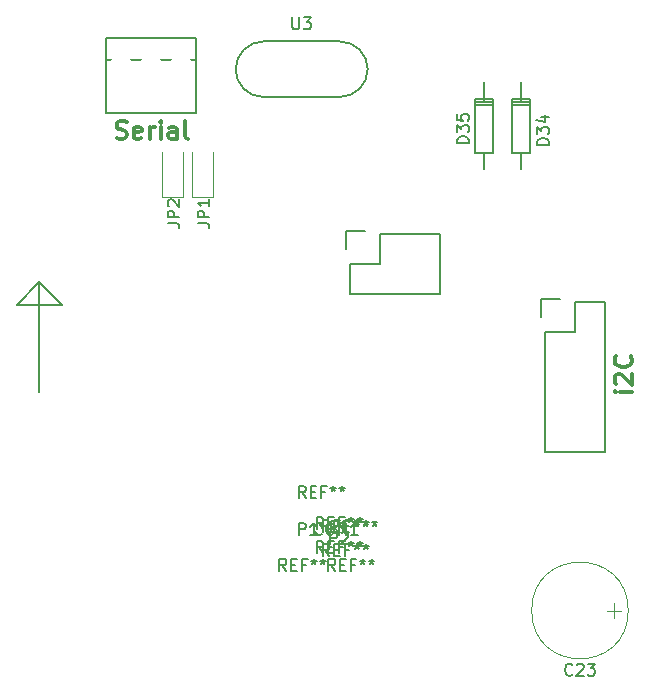
<source format=gto>
G04 #@! TF.FileFunction,Legend,Top*
%FSLAX46Y46*%
G04 Gerber Fmt 4.6, Leading zero omitted, Abs format (unit mm)*
G04 Created by KiCad (PCBNEW 4.0.6-e0-6349~53~ubuntu16.04.1) date Thu Mar  2 14:53:25 2017*
%MOMM*%
%LPD*%
G01*
G04 APERTURE LIST*
%ADD10C,0.100000*%
%ADD11C,0.200000*%
%ADD12C,0.300000*%
%ADD13C,0.150000*%
%ADD14C,0.120000*%
%ADD15C,5.400000*%
%ADD16R,2.127200X2.127200*%
%ADD17O,2.127200X2.127200*%
%ADD18C,2.099260*%
%ADD19R,2.099260X2.099260*%
%ADD20C,1.924000*%
%ADD21O,1.906220X3.414980*%
%ADD22R,1.670000X1.370000*%
%ADD23R,2.000000X2.000000*%
%ADD24C,2.000000*%
G04 APERTURE END LIST*
D10*
D11*
X134366000Y-78344044D02*
X132461000Y-76439044D01*
X133477000Y-78344044D02*
X134366000Y-78344044D01*
X130556000Y-78344044D02*
X133477000Y-78344044D01*
X132461000Y-76439044D02*
X130556000Y-78344044D01*
X132461000Y-85710044D02*
X132461000Y-76439044D01*
D12*
X139021715Y-64234143D02*
X139236001Y-64305571D01*
X139593144Y-64305571D01*
X139736001Y-64234143D01*
X139807430Y-64162714D01*
X139878858Y-64019857D01*
X139878858Y-63877000D01*
X139807430Y-63734143D01*
X139736001Y-63662714D01*
X139593144Y-63591286D01*
X139307430Y-63519857D01*
X139164572Y-63448429D01*
X139093144Y-63377000D01*
X139021715Y-63234143D01*
X139021715Y-63091286D01*
X139093144Y-62948429D01*
X139164572Y-62877000D01*
X139307430Y-62805571D01*
X139664572Y-62805571D01*
X139878858Y-62877000D01*
X141093143Y-64234143D02*
X140950286Y-64305571D01*
X140664572Y-64305571D01*
X140521715Y-64234143D01*
X140450286Y-64091286D01*
X140450286Y-63519857D01*
X140521715Y-63377000D01*
X140664572Y-63305571D01*
X140950286Y-63305571D01*
X141093143Y-63377000D01*
X141164572Y-63519857D01*
X141164572Y-63662714D01*
X140450286Y-63805571D01*
X141807429Y-64305571D02*
X141807429Y-63305571D01*
X141807429Y-63591286D02*
X141878857Y-63448429D01*
X141950286Y-63377000D01*
X142093143Y-63305571D01*
X142236000Y-63305571D01*
X142736000Y-64305571D02*
X142736000Y-63305571D01*
X142736000Y-62805571D02*
X142664571Y-62877000D01*
X142736000Y-62948429D01*
X142807428Y-62877000D01*
X142736000Y-62805571D01*
X142736000Y-62948429D01*
X144093143Y-64305571D02*
X144093143Y-63519857D01*
X144021714Y-63377000D01*
X143878857Y-63305571D01*
X143593143Y-63305571D01*
X143450286Y-63377000D01*
X144093143Y-64234143D02*
X143950286Y-64305571D01*
X143593143Y-64305571D01*
X143450286Y-64234143D01*
X143378857Y-64091286D01*
X143378857Y-63948429D01*
X143450286Y-63805571D01*
X143593143Y-63734143D01*
X143950286Y-63734143D01*
X144093143Y-63662714D01*
X145021715Y-64305571D02*
X144878857Y-64234143D01*
X144807429Y-64091286D01*
X144807429Y-62805571D01*
X182678571Y-85714285D02*
X181678571Y-85714285D01*
X181178571Y-85714285D02*
X181250000Y-85785714D01*
X181321429Y-85714285D01*
X181250000Y-85642857D01*
X181178571Y-85714285D01*
X181321429Y-85714285D01*
X181321429Y-85071428D02*
X181250000Y-84999999D01*
X181178571Y-84857142D01*
X181178571Y-84499999D01*
X181250000Y-84357142D01*
X181321429Y-84285713D01*
X181464286Y-84214285D01*
X181607143Y-84214285D01*
X181821429Y-84285713D01*
X182678571Y-85142856D01*
X182678571Y-84214285D01*
X182535714Y-82714285D02*
X182607143Y-82785714D01*
X182678571Y-83000000D01*
X182678571Y-83142857D01*
X182607143Y-83357142D01*
X182464286Y-83500000D01*
X182321429Y-83571428D01*
X182035714Y-83642857D01*
X181821429Y-83642857D01*
X181535714Y-83571428D01*
X181392857Y-83500000D01*
X181250000Y-83357142D01*
X181178571Y-83142857D01*
X181178571Y-83000000D01*
X181250000Y-82785714D01*
X181321429Y-82714285D01*
D13*
X180350000Y-78160000D02*
X180350000Y-90860000D01*
X180350000Y-90860000D02*
X175270000Y-90860000D01*
X175270000Y-90860000D02*
X175270000Y-80700000D01*
X180350000Y-78160000D02*
X177810000Y-78160000D01*
X176540000Y-77880000D02*
X174990000Y-77880000D01*
X177810000Y-78160000D02*
X177810000Y-80700000D01*
X177810000Y-80700000D02*
X175270000Y-80700000D01*
X174990000Y-77880000D02*
X174990000Y-79430000D01*
X166370000Y-72390000D02*
X161290000Y-72390000D01*
X158470000Y-72110000D02*
X160020000Y-72110000D01*
X158750000Y-74930000D02*
X161290000Y-74930000D01*
X161290000Y-74930000D02*
X161290000Y-72390000D01*
X166370000Y-72390000D02*
X166370000Y-77470000D01*
X166370000Y-77470000D02*
X161290000Y-77470000D01*
X158470000Y-72110000D02*
X158470000Y-73660000D01*
X158750000Y-77470000D02*
X158750000Y-74930000D01*
X161290000Y-77470000D02*
X158750000Y-77470000D01*
X173228000Y-65496000D02*
X173228000Y-66893000D01*
X173228000Y-61051000D02*
X173228000Y-59527000D01*
X173990000Y-61432000D02*
X172466000Y-61432000D01*
X173990000Y-61178000D02*
X172466000Y-61178000D01*
X173228000Y-60924000D02*
X172466000Y-60924000D01*
X172466000Y-60924000D02*
X172466000Y-65496000D01*
X172466000Y-65496000D02*
X173990000Y-65496000D01*
X173990000Y-65496000D02*
X173990000Y-60924000D01*
X173990000Y-60924000D02*
X173228000Y-60924000D01*
X170160000Y-65496000D02*
X170160000Y-66893000D01*
X170160000Y-61051000D02*
X170160000Y-59527000D01*
X170922000Y-61432000D02*
X169398000Y-61432000D01*
X170922000Y-61178000D02*
X169398000Y-61178000D01*
X170160000Y-60924000D02*
X169398000Y-60924000D01*
X169398000Y-60924000D02*
X169398000Y-65496000D01*
X169398000Y-65496000D02*
X170922000Y-65496000D01*
X170922000Y-65496000D02*
X170922000Y-60924000D01*
X170922000Y-60924000D02*
X170160000Y-60924000D01*
X151446000Y-60770000D02*
X156146000Y-60770000D01*
X151446000Y-56070000D02*
X156146000Y-56070000D01*
X157926000Y-60770000D02*
X155576000Y-60770000D01*
X157926000Y-56070000D02*
X155576000Y-56070000D01*
X160276000Y-58420000D02*
G75*
G03X157926000Y-56070000I-2350000J0D01*
G01*
X157926000Y-60770000D02*
G75*
G03X160276000Y-58420000I0J2350000D01*
G01*
X149096000Y-58420000D02*
G75*
G03X151446000Y-60770000I2350000J0D01*
G01*
X151446000Y-56070000D02*
G75*
G03X149096000Y-58420000I0J-2350000D01*
G01*
X138150000Y-55775000D02*
X138150000Y-62125000D01*
X145770000Y-55775000D02*
X145770000Y-62125000D01*
X145770000Y-57680000D02*
X138150000Y-57680000D01*
X138150000Y-55775000D02*
X145770000Y-55775000D01*
X145770000Y-62125000D02*
X138150000Y-62125000D01*
D14*
X145414000Y-65400000D02*
X145414000Y-69220000D01*
X145414000Y-69220000D02*
X147194000Y-69220000D01*
X147194000Y-69220000D02*
X147194000Y-65400000D01*
X145414000Y-65400000D02*
X147194000Y-65400000D01*
X144654000Y-69220000D02*
X144654000Y-65400000D01*
X144654000Y-65400000D02*
X142874000Y-65400000D01*
X142874000Y-65400000D02*
X142874000Y-69220000D01*
X144654000Y-69220000D02*
X142874000Y-69220000D01*
X182340000Y-104250000D02*
G75*
G03X182340000Y-104250000I-4090000J0D01*
G01*
X181700000Y-104250000D02*
X180500000Y-104250000D01*
X181100000Y-104900000D02*
X181100000Y-103600000D01*
D13*
X153380667Y-100881381D02*
X153047333Y-100405190D01*
X152809238Y-100881381D02*
X152809238Y-99881381D01*
X153190191Y-99881381D01*
X153285429Y-99929000D01*
X153333048Y-99976619D01*
X153380667Y-100071857D01*
X153380667Y-100214714D01*
X153333048Y-100309952D01*
X153285429Y-100357571D01*
X153190191Y-100405190D01*
X152809238Y-100405190D01*
X153809238Y-100357571D02*
X154142572Y-100357571D01*
X154285429Y-100881381D02*
X153809238Y-100881381D01*
X153809238Y-99881381D01*
X154285429Y-99881381D01*
X155047334Y-100357571D02*
X154714000Y-100357571D01*
X154714000Y-100881381D02*
X154714000Y-99881381D01*
X155190191Y-99881381D01*
X155714000Y-99881381D02*
X155714000Y-100119476D01*
X155475905Y-100024238D02*
X155714000Y-100119476D01*
X155952096Y-100024238D01*
X155571143Y-100309952D02*
X155714000Y-100119476D01*
X155856858Y-100309952D01*
X156475905Y-99881381D02*
X156475905Y-100119476D01*
X156237810Y-100024238D02*
X156475905Y-100119476D01*
X156714001Y-100024238D01*
X156333048Y-100309952D02*
X156475905Y-100119476D01*
X156618763Y-100309952D01*
X154455905Y-97861381D02*
X154455905Y-96861381D01*
X154836858Y-96861381D01*
X154932096Y-96909000D01*
X154979715Y-96956619D01*
X155027334Y-97051857D01*
X155027334Y-97194714D01*
X154979715Y-97289952D01*
X154932096Y-97337571D01*
X154836858Y-97385190D01*
X154455905Y-97385190D01*
X155979715Y-97861381D02*
X155408286Y-97861381D01*
X155694000Y-97861381D02*
X155694000Y-96861381D01*
X155598762Y-97004238D01*
X155503524Y-97099476D01*
X155408286Y-97147095D01*
X156392715Y-97766143D02*
X156345096Y-97813762D01*
X156202239Y-97861381D01*
X156107001Y-97861381D01*
X155964143Y-97813762D01*
X155868905Y-97718524D01*
X155821286Y-97623286D01*
X155773667Y-97432810D01*
X155773667Y-97289952D01*
X155821286Y-97099476D01*
X155868905Y-97004238D01*
X155964143Y-96909000D01*
X156107001Y-96861381D01*
X156202239Y-96861381D01*
X156345096Y-96909000D01*
X156392715Y-96956619D01*
X157011762Y-96861381D02*
X157202239Y-96861381D01*
X157297477Y-96909000D01*
X157392715Y-97004238D01*
X157440334Y-97194714D01*
X157440334Y-97528048D01*
X157392715Y-97718524D01*
X157297477Y-97813762D01*
X157202239Y-97861381D01*
X157011762Y-97861381D01*
X156916524Y-97813762D01*
X156821286Y-97718524D01*
X156773667Y-97528048D01*
X156773667Y-97194714D01*
X156821286Y-97004238D01*
X156916524Y-96909000D01*
X157011762Y-96861381D01*
X157868905Y-97861381D02*
X157868905Y-96861381D01*
X158440334Y-97861381D01*
X158440334Y-96861381D01*
X159440334Y-97861381D02*
X158868905Y-97861381D01*
X159154619Y-97861381D02*
X159154619Y-96861381D01*
X159059381Y-97004238D01*
X158964143Y-97099476D01*
X158868905Y-97147095D01*
X175610781Y-64830686D02*
X174610781Y-64830686D01*
X174610781Y-64592591D01*
X174658400Y-64449733D01*
X174753638Y-64354495D01*
X174848876Y-64306876D01*
X175039352Y-64259257D01*
X175182210Y-64259257D01*
X175372686Y-64306876D01*
X175467924Y-64354495D01*
X175563162Y-64449733D01*
X175610781Y-64592591D01*
X175610781Y-64830686D01*
X174610781Y-63925924D02*
X174610781Y-63306876D01*
X174991733Y-63640210D01*
X174991733Y-63497352D01*
X175039352Y-63402114D01*
X175086971Y-63354495D01*
X175182210Y-63306876D01*
X175420305Y-63306876D01*
X175515543Y-63354495D01*
X175563162Y-63402114D01*
X175610781Y-63497352D01*
X175610781Y-63783067D01*
X175563162Y-63878305D01*
X175515543Y-63925924D01*
X174944114Y-62449733D02*
X175610781Y-62449733D01*
X174563162Y-62687829D02*
X175277448Y-62925924D01*
X175277448Y-62306876D01*
X168834381Y-64678286D02*
X167834381Y-64678286D01*
X167834381Y-64440191D01*
X167882000Y-64297333D01*
X167977238Y-64202095D01*
X168072476Y-64154476D01*
X168262952Y-64106857D01*
X168405810Y-64106857D01*
X168596286Y-64154476D01*
X168691524Y-64202095D01*
X168786762Y-64297333D01*
X168834381Y-64440191D01*
X168834381Y-64678286D01*
X167834381Y-63773524D02*
X167834381Y-63154476D01*
X168215333Y-63487810D01*
X168215333Y-63344952D01*
X168262952Y-63249714D01*
X168310571Y-63202095D01*
X168405810Y-63154476D01*
X168643905Y-63154476D01*
X168739143Y-63202095D01*
X168786762Y-63249714D01*
X168834381Y-63344952D01*
X168834381Y-63630667D01*
X168786762Y-63725905D01*
X168739143Y-63773524D01*
X167834381Y-62249714D02*
X167834381Y-62725905D01*
X168310571Y-62773524D01*
X168262952Y-62725905D01*
X168215333Y-62630667D01*
X168215333Y-62392571D01*
X168262952Y-62297333D01*
X168310571Y-62249714D01*
X168405810Y-62202095D01*
X168643905Y-62202095D01*
X168739143Y-62249714D01*
X168786762Y-62297333D01*
X168834381Y-62392571D01*
X168834381Y-62630667D01*
X168786762Y-62725905D01*
X168739143Y-62773524D01*
X153898695Y-54036981D02*
X153898695Y-54846505D01*
X153946314Y-54941743D01*
X153993933Y-54989362D01*
X154089171Y-55036981D01*
X154279648Y-55036981D01*
X154374886Y-54989362D01*
X154422505Y-54941743D01*
X154470124Y-54846505D01*
X154470124Y-54036981D01*
X154851076Y-54036981D02*
X155470124Y-54036981D01*
X155136790Y-54417933D01*
X155279648Y-54417933D01*
X155374886Y-54465552D01*
X155422505Y-54513171D01*
X155470124Y-54608410D01*
X155470124Y-54846505D01*
X155422505Y-54941743D01*
X155374886Y-54989362D01*
X155279648Y-55036981D01*
X154993933Y-55036981D01*
X154898695Y-54989362D01*
X154851076Y-54941743D01*
X156527667Y-99385381D02*
X156194333Y-98909190D01*
X155956238Y-99385381D02*
X155956238Y-98385381D01*
X156337191Y-98385381D01*
X156432429Y-98433000D01*
X156480048Y-98480619D01*
X156527667Y-98575857D01*
X156527667Y-98718714D01*
X156480048Y-98813952D01*
X156432429Y-98861571D01*
X156337191Y-98909190D01*
X155956238Y-98909190D01*
X156956238Y-98861571D02*
X157289572Y-98861571D01*
X157432429Y-99385381D02*
X156956238Y-99385381D01*
X156956238Y-98385381D01*
X157432429Y-98385381D01*
X158194334Y-98861571D02*
X157861000Y-98861571D01*
X157861000Y-99385381D02*
X157861000Y-98385381D01*
X158337191Y-98385381D01*
X158861000Y-98385381D02*
X158861000Y-98623476D01*
X158622905Y-98528238D02*
X158861000Y-98623476D01*
X159099096Y-98528238D01*
X158718143Y-98813952D02*
X158861000Y-98623476D01*
X159003858Y-98813952D01*
X159622905Y-98385381D02*
X159622905Y-98623476D01*
X159384810Y-98528238D02*
X159622905Y-98623476D01*
X159861001Y-98528238D01*
X159480048Y-98813952D02*
X159622905Y-98623476D01*
X159765763Y-98813952D01*
X157035667Y-99639381D02*
X156702333Y-99163190D01*
X156464238Y-99639381D02*
X156464238Y-98639381D01*
X156845191Y-98639381D01*
X156940429Y-98687000D01*
X156988048Y-98734619D01*
X157035667Y-98829857D01*
X157035667Y-98972714D01*
X156988048Y-99067952D01*
X156940429Y-99115571D01*
X156845191Y-99163190D01*
X156464238Y-99163190D01*
X157464238Y-99115571D02*
X157797572Y-99115571D01*
X157940429Y-99639381D02*
X157464238Y-99639381D01*
X157464238Y-98639381D01*
X157940429Y-98639381D01*
X158702334Y-99115571D02*
X158369000Y-99115571D01*
X158369000Y-99639381D02*
X158369000Y-98639381D01*
X158845191Y-98639381D01*
X159369000Y-98639381D02*
X159369000Y-98877476D01*
X159130905Y-98782238D02*
X159369000Y-98877476D01*
X159607096Y-98782238D01*
X159226143Y-99067952D02*
X159369000Y-98877476D01*
X159511858Y-99067952D01*
X160130905Y-98639381D02*
X160130905Y-98877476D01*
X159892810Y-98782238D02*
X160130905Y-98877476D01*
X160369001Y-98782238D01*
X159988048Y-99067952D02*
X160130905Y-98877476D01*
X160273763Y-99067952D01*
X156527667Y-97353381D02*
X156194333Y-96877190D01*
X155956238Y-97353381D02*
X155956238Y-96353381D01*
X156337191Y-96353381D01*
X156432429Y-96401000D01*
X156480048Y-96448619D01*
X156527667Y-96543857D01*
X156527667Y-96686714D01*
X156480048Y-96781952D01*
X156432429Y-96829571D01*
X156337191Y-96877190D01*
X155956238Y-96877190D01*
X156956238Y-96829571D02*
X157289572Y-96829571D01*
X157432429Y-97353381D02*
X156956238Y-97353381D01*
X156956238Y-96353381D01*
X157432429Y-96353381D01*
X158194334Y-96829571D02*
X157861000Y-96829571D01*
X157861000Y-97353381D02*
X157861000Y-96353381D01*
X158337191Y-96353381D01*
X158861000Y-96353381D02*
X158861000Y-96591476D01*
X158622905Y-96496238D02*
X158861000Y-96591476D01*
X159099096Y-96496238D01*
X158718143Y-96781952D02*
X158861000Y-96591476D01*
X159003858Y-96781952D01*
X159622905Y-96353381D02*
X159622905Y-96591476D01*
X159384810Y-96496238D02*
X159622905Y-96591476D01*
X159861001Y-96496238D01*
X159480048Y-96781952D02*
X159622905Y-96591476D01*
X159765763Y-96781952D01*
X157035667Y-97607381D02*
X156702333Y-97131190D01*
X156464238Y-97607381D02*
X156464238Y-96607381D01*
X156845191Y-96607381D01*
X156940429Y-96655000D01*
X156988048Y-96702619D01*
X157035667Y-96797857D01*
X157035667Y-96940714D01*
X156988048Y-97035952D01*
X156940429Y-97083571D01*
X156845191Y-97131190D01*
X156464238Y-97131190D01*
X157464238Y-97083571D02*
X157797572Y-97083571D01*
X157940429Y-97607381D02*
X157464238Y-97607381D01*
X157464238Y-96607381D01*
X157940429Y-96607381D01*
X158702334Y-97083571D02*
X158369000Y-97083571D01*
X158369000Y-97607381D02*
X158369000Y-96607381D01*
X158845191Y-96607381D01*
X159369000Y-96607381D02*
X159369000Y-96845476D01*
X159130905Y-96750238D02*
X159369000Y-96845476D01*
X159607096Y-96750238D01*
X159226143Y-97035952D02*
X159369000Y-96845476D01*
X159511858Y-97035952D01*
X160130905Y-96607381D02*
X160130905Y-96845476D01*
X159892810Y-96750238D02*
X160130905Y-96845476D01*
X160369001Y-96750238D01*
X159988048Y-97035952D02*
X160130905Y-96845476D01*
X160273763Y-97035952D01*
X157769667Y-97635381D02*
X157436333Y-97159190D01*
X157198238Y-97635381D02*
X157198238Y-96635381D01*
X157579191Y-96635381D01*
X157674429Y-96683000D01*
X157722048Y-96730619D01*
X157769667Y-96825857D01*
X157769667Y-96968714D01*
X157722048Y-97063952D01*
X157674429Y-97111571D01*
X157579191Y-97159190D01*
X157198238Y-97159190D01*
X158198238Y-97111571D02*
X158531572Y-97111571D01*
X158674429Y-97635381D02*
X158198238Y-97635381D01*
X158198238Y-96635381D01*
X158674429Y-96635381D01*
X159436334Y-97111571D02*
X159103000Y-97111571D01*
X159103000Y-97635381D02*
X159103000Y-96635381D01*
X159579191Y-96635381D01*
X160103000Y-96635381D02*
X160103000Y-96873476D01*
X159864905Y-96778238D02*
X160103000Y-96873476D01*
X160341096Y-96778238D01*
X159960143Y-97063952D02*
X160103000Y-96873476D01*
X160245858Y-97063952D01*
X160864905Y-96635381D02*
X160864905Y-96873476D01*
X160626810Y-96778238D02*
X160864905Y-96873476D01*
X161103001Y-96778238D01*
X160722048Y-97063952D02*
X160864905Y-96873476D01*
X161007763Y-97063952D01*
X155031667Y-94714381D02*
X154698333Y-94238190D01*
X154460238Y-94714381D02*
X154460238Y-93714381D01*
X154841191Y-93714381D01*
X154936429Y-93762000D01*
X154984048Y-93809619D01*
X155031667Y-93904857D01*
X155031667Y-94047714D01*
X154984048Y-94142952D01*
X154936429Y-94190571D01*
X154841191Y-94238190D01*
X154460238Y-94238190D01*
X155460238Y-94190571D02*
X155793572Y-94190571D01*
X155936429Y-94714381D02*
X155460238Y-94714381D01*
X155460238Y-93714381D01*
X155936429Y-93714381D01*
X156698334Y-94190571D02*
X156365000Y-94190571D01*
X156365000Y-94714381D02*
X156365000Y-93714381D01*
X156841191Y-93714381D01*
X157365000Y-93714381D02*
X157365000Y-93952476D01*
X157126905Y-93857238D02*
X157365000Y-93952476D01*
X157603096Y-93857238D01*
X157222143Y-94142952D02*
X157365000Y-93952476D01*
X157507858Y-94142952D01*
X158126905Y-93714381D02*
X158126905Y-93952476D01*
X157888810Y-93857238D02*
X158126905Y-93952476D01*
X158365001Y-93857238D01*
X157984048Y-94142952D02*
X158126905Y-93952476D01*
X158269763Y-94142952D01*
X157515667Y-100881381D02*
X157182333Y-100405190D01*
X156944238Y-100881381D02*
X156944238Y-99881381D01*
X157325191Y-99881381D01*
X157420429Y-99929000D01*
X157468048Y-99976619D01*
X157515667Y-100071857D01*
X157515667Y-100214714D01*
X157468048Y-100309952D01*
X157420429Y-100357571D01*
X157325191Y-100405190D01*
X156944238Y-100405190D01*
X157944238Y-100357571D02*
X158277572Y-100357571D01*
X158420429Y-100881381D02*
X157944238Y-100881381D01*
X157944238Y-99881381D01*
X158420429Y-99881381D01*
X159182334Y-100357571D02*
X158849000Y-100357571D01*
X158849000Y-100881381D02*
X158849000Y-99881381D01*
X159325191Y-99881381D01*
X159849000Y-99881381D02*
X159849000Y-100119476D01*
X159610905Y-100024238D02*
X159849000Y-100119476D01*
X160087096Y-100024238D01*
X159706143Y-100309952D02*
X159849000Y-100119476D01*
X159991858Y-100309952D01*
X160610905Y-99881381D02*
X160610905Y-100119476D01*
X160372810Y-100024238D02*
X160610905Y-100119476D01*
X160849001Y-100024238D01*
X160468048Y-100309952D02*
X160610905Y-100119476D01*
X160753763Y-100309952D01*
X157122905Y-98623381D02*
X157122905Y-97623381D01*
X157503858Y-97623381D01*
X157599096Y-97671000D01*
X157646715Y-97718619D01*
X157694334Y-97813857D01*
X157694334Y-97956714D01*
X157646715Y-98051952D01*
X157599096Y-98099571D01*
X157503858Y-98147190D01*
X157122905Y-98147190D01*
X158075286Y-97718619D02*
X158122905Y-97671000D01*
X158218143Y-97623381D01*
X158456239Y-97623381D01*
X158551477Y-97671000D01*
X158599096Y-97718619D01*
X158646715Y-97813857D01*
X158646715Y-97909095D01*
X158599096Y-98051952D01*
X158027667Y-98623381D01*
X158646715Y-98623381D01*
X145883381Y-71445333D02*
X146597667Y-71445333D01*
X146740524Y-71492953D01*
X146835762Y-71588191D01*
X146883381Y-71731048D01*
X146883381Y-71826286D01*
X146883381Y-70969143D02*
X145883381Y-70969143D01*
X145883381Y-70588190D01*
X145931000Y-70492952D01*
X145978619Y-70445333D01*
X146073857Y-70397714D01*
X146216714Y-70397714D01*
X146311952Y-70445333D01*
X146359571Y-70492952D01*
X146407190Y-70588190D01*
X146407190Y-70969143D01*
X146883381Y-69445333D02*
X146883381Y-70016762D01*
X146883381Y-69731048D02*
X145883381Y-69731048D01*
X146026238Y-69826286D01*
X146121476Y-69921524D01*
X146169095Y-70016762D01*
X143343381Y-71445333D02*
X144057667Y-71445333D01*
X144200524Y-71492953D01*
X144295762Y-71588191D01*
X144343381Y-71731048D01*
X144343381Y-71826286D01*
X144343381Y-70969143D02*
X143343381Y-70969143D01*
X143343381Y-70588190D01*
X143391000Y-70492952D01*
X143438619Y-70445333D01*
X143533857Y-70397714D01*
X143676714Y-70397714D01*
X143771952Y-70445333D01*
X143819571Y-70492952D01*
X143867190Y-70588190D01*
X143867190Y-70969143D01*
X143438619Y-70016762D02*
X143391000Y-69969143D01*
X143343381Y-69873905D01*
X143343381Y-69635809D01*
X143391000Y-69540571D01*
X143438619Y-69492952D01*
X143533857Y-69445333D01*
X143629095Y-69445333D01*
X143771952Y-69492952D01*
X144343381Y-70064381D01*
X144343381Y-69445333D01*
X177607143Y-109667143D02*
X177559524Y-109714762D01*
X177416667Y-109762381D01*
X177321429Y-109762381D01*
X177178571Y-109714762D01*
X177083333Y-109619524D01*
X177035714Y-109524286D01*
X176988095Y-109333810D01*
X176988095Y-109190952D01*
X177035714Y-109000476D01*
X177083333Y-108905238D01*
X177178571Y-108810000D01*
X177321429Y-108762381D01*
X177416667Y-108762381D01*
X177559524Y-108810000D01*
X177607143Y-108857619D01*
X177988095Y-108857619D02*
X178035714Y-108810000D01*
X178130952Y-108762381D01*
X178369048Y-108762381D01*
X178464286Y-108810000D01*
X178511905Y-108857619D01*
X178559524Y-108952857D01*
X178559524Y-109048095D01*
X178511905Y-109190952D01*
X177940476Y-109762381D01*
X178559524Y-109762381D01*
X178892857Y-108762381D02*
X179511905Y-108762381D01*
X179178571Y-109143333D01*
X179321429Y-109143333D01*
X179416667Y-109190952D01*
X179464286Y-109238571D01*
X179511905Y-109333810D01*
X179511905Y-109571905D01*
X179464286Y-109667143D01*
X179416667Y-109714762D01*
X179321429Y-109762381D01*
X179035714Y-109762381D01*
X178940476Y-109714762D01*
X178892857Y-109667143D01*
%LPC*%
D15*
X125250000Y-124750000D03*
D16*
X176540000Y-79430000D03*
D17*
X179080000Y-79430000D03*
X176540000Y-81970000D03*
X179080000Y-81970000D03*
X176540000Y-84510000D03*
X179080000Y-84510000D03*
X176540000Y-87050000D03*
X179080000Y-87050000D03*
X176540000Y-89590000D03*
X179080000Y-89590000D03*
D16*
X160020000Y-73660000D03*
D17*
X160020000Y-76200000D03*
X162560000Y-73660000D03*
X162560000Y-76200000D03*
X165100000Y-73660000D03*
X165100000Y-76200000D03*
D18*
X173228000Y-68290000D03*
D19*
X173228000Y-58130000D03*
D18*
X170160000Y-68290000D03*
D19*
X170160000Y-58130000D03*
D20*
X152246000Y-58420000D03*
X157126000Y-58420000D03*
D15*
X182000000Y-68000000D03*
X132000000Y-68000000D03*
X182000000Y-118000000D03*
X132000000Y-118000000D03*
X188750000Y-61250000D03*
X125250000Y-61250000D03*
X188750000Y-124750000D03*
D21*
X139420000Y-58950000D03*
X141960000Y-58950000D03*
X144500000Y-58950000D03*
D22*
X146304000Y-66040000D03*
X146304000Y-67310000D03*
X146304000Y-68580000D03*
X143764000Y-68580000D03*
X143764000Y-67310000D03*
X143764000Y-66040000D03*
D23*
X179500000Y-104250000D03*
D24*
X177000000Y-104250000D03*
M02*

</source>
